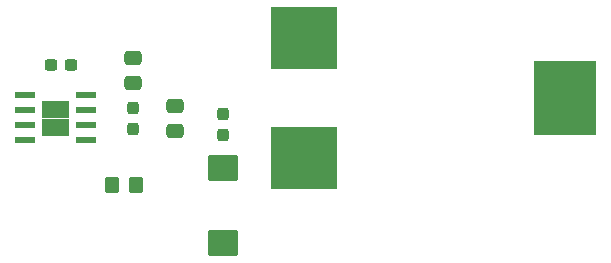
<source format=gtp>
G04 #@! TF.GenerationSoftware,KiCad,Pcbnew,(6.0.1)*
G04 #@! TF.CreationDate,2022-04-24T16:37:43-07:00*
G04 #@! TF.ProjectId,Regulator_5V,52656775-6c61-4746-9f72-5f35562e6b69,rev?*
G04 #@! TF.SameCoordinates,Original*
G04 #@! TF.FileFunction,Paste,Top*
G04 #@! TF.FilePolarity,Positive*
%FSLAX46Y46*%
G04 Gerber Fmt 4.6, Leading zero omitted, Abs format (unit mm)*
G04 Created by KiCad (PCBNEW (6.0.1)) date 2022-04-24 16:37:43*
%MOMM*%
%LPD*%
G01*
G04 APERTURE LIST*
G04 Aperture macros list*
%AMRoundRect*
0 Rectangle with rounded corners*
0 $1 Rounding radius*
0 $2 $3 $4 $5 $6 $7 $8 $9 X,Y pos of 4 corners*
0 Add a 4 corners polygon primitive as box body*
4,1,4,$2,$3,$4,$5,$6,$7,$8,$9,$2,$3,0*
0 Add four circle primitives for the rounded corners*
1,1,$1+$1,$2,$3*
1,1,$1+$1,$4,$5*
1,1,$1+$1,$6,$7*
1,1,$1+$1,$8,$9*
0 Add four rect primitives between the rounded corners*
20,1,$1+$1,$2,$3,$4,$5,0*
20,1,$1+$1,$4,$5,$6,$7,0*
20,1,$1+$1,$6,$7,$8,$9,0*
20,1,$1+$1,$8,$9,$2,$3,0*%
G04 Aperture macros list end*
%ADD10C,0.100000*%
%ADD11RoundRect,0.250000X-1.025000X0.875000X-1.025000X-0.875000X1.025000X-0.875000X1.025000X0.875000X0*%
%ADD12RoundRect,0.237500X0.237500X-0.300000X0.237500X0.300000X-0.237500X0.300000X-0.237500X-0.300000X0*%
%ADD13R,1.778000X0.533400*%
%ADD14RoundRect,0.250000X-0.475000X0.337500X-0.475000X-0.337500X0.475000X-0.337500X0.475000X0.337500X0*%
%ADD15RoundRect,0.250000X0.350000X0.450000X-0.350000X0.450000X-0.350000X-0.450000X0.350000X-0.450000X0*%
%ADD16RoundRect,0.237500X-0.300000X-0.237500X0.300000X-0.237500X0.300000X0.237500X-0.300000X0.237500X0*%
%ADD17RoundRect,0.237500X-0.237500X0.300000X-0.237500X-0.300000X0.237500X-0.300000X0.237500X0.300000X0*%
%ADD18R,5.588000X5.334000*%
%ADD19R,5.283200X6.350000*%
%ADD20RoundRect,0.250000X0.475000X-0.337500X0.475000X0.337500X-0.475000X0.337500X-0.475000X-0.337500X0*%
G04 APERTURE END LIST*
D10*
X138207750Y-89691000D02*
X138207750Y-91041000D01*
X138207750Y-91041000D02*
X140407750Y-91041000D01*
X140407750Y-91041000D02*
X140407750Y-89691000D01*
X140407750Y-89691000D02*
X138207750Y-89691000D01*
G36*
X140407750Y-91041000D02*
G01*
X138207750Y-91041000D01*
X138207750Y-89691000D01*
X140407750Y-89691000D01*
X140407750Y-91041000D01*
G37*
X140407750Y-91041000D02*
X138207750Y-91041000D01*
X138207750Y-89691000D01*
X140407750Y-89691000D01*
X140407750Y-91041000D01*
X138207750Y-88141000D02*
X138207750Y-89491000D01*
X138207750Y-89491000D02*
X140407750Y-89491000D01*
X140407750Y-89491000D02*
X140407750Y-88141000D01*
X140407750Y-88141000D02*
X138207750Y-88141000D01*
G36*
X140407750Y-89491000D02*
G01*
X138207750Y-89491000D01*
X138207750Y-88141000D01*
X140407750Y-88141000D01*
X140407750Y-89491000D01*
G37*
X140407750Y-89491000D02*
X138207750Y-89491000D01*
X138207750Y-88141000D01*
X140407750Y-88141000D01*
X140407750Y-89491000D01*
D11*
X153500000Y-93820500D03*
X153500000Y-100220500D03*
D12*
X153500000Y-91025000D03*
X153500000Y-89300000D03*
D13*
X136742350Y-87686000D03*
X136742350Y-88956000D03*
X136742350Y-90226000D03*
X136742350Y-91496000D03*
X141873150Y-91496000D03*
X141873150Y-90226000D03*
X141873150Y-88956000D03*
X141873150Y-87686000D03*
D14*
X149436000Y-88617000D03*
X149436000Y-90692000D03*
D15*
X146118000Y-95242500D03*
X144118000Y-95242500D03*
D16*
X138921500Y-85082500D03*
X140646500Y-85082500D03*
D17*
X145880000Y-88792000D03*
X145880000Y-90517000D03*
D18*
X160401000Y-82804000D03*
X160401000Y-92964000D03*
D19*
X182473600Y-87884000D03*
D20*
X145880000Y-86628000D03*
X145880000Y-84553000D03*
M02*

</source>
